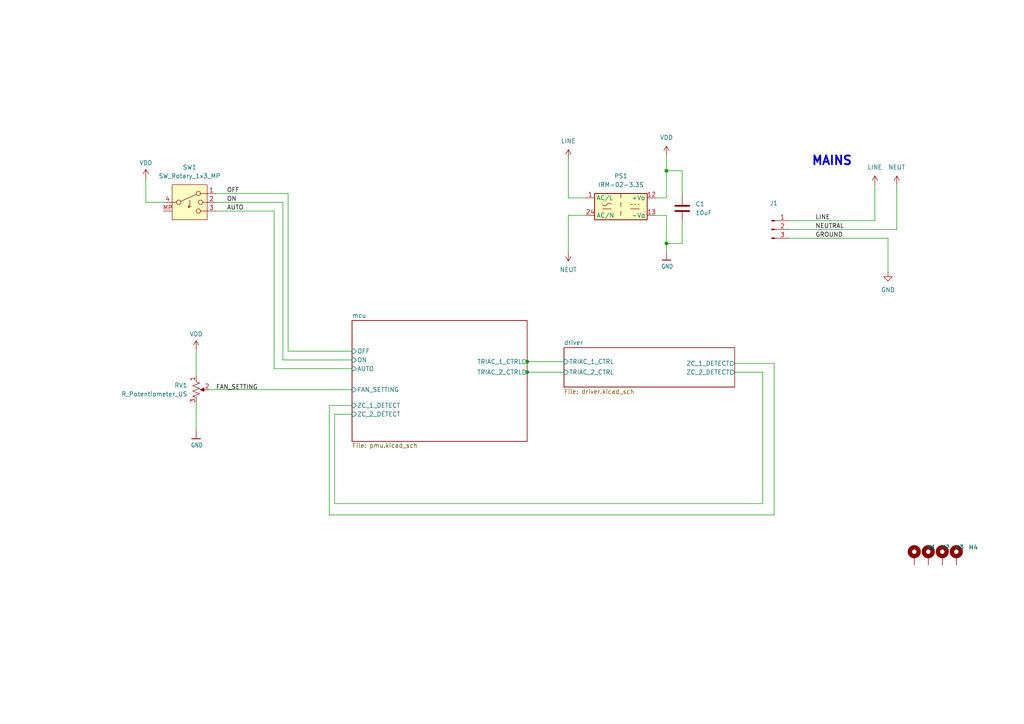
<source format=kicad_sch>
(kicad_sch (version 20250114) (generator "eeschema") (generator_version "9.0")
  (paper "A4")
  (title_block (title "Bramble Triac Driver") (date "2025-12-01") (rev "1.0") (comment 1 "Phase-angle control for AC loads"))
  (lib_symbols
    (symbol "Adafruit Feather RP2040 RFM-eagle-import:GND" (power)
      (symbol "GND_1_0"
        (polyline (pts (xy -1.27 0) (xy 1.27 0)) (stroke (width 0.254)))
        (pin power_in line (at 0 2.54 270) (length 2.54) (name "GND") (number "1"))
      )
    )
    (symbol "Connector:Conn_01x03_Pin" (pin_names (offset 1.016) (hide yes))
      (property "Reference" "J" (at 0 5.08 0))
      (property "Value" "Conn_01x03_Pin" (at 0 -5.08 0))
      (symbol "Conn_01x03_Pin_1_1"
        (rectangle (start 0.8636 2.667) (end 0 2.413) (stroke (width 0.1524)) (fill (type outline)))
        (rectangle (start 0.8636 0.127) (end 0 -0.127) (stroke (width 0.1524)) (fill (type outline)))
        (rectangle (start 0.8636 -2.413) (end 0 -2.667) (stroke (width 0.1524)) (fill (type outline)))
        (polyline (pts (xy 1.27 2.54) (xy 0.8636 2.54)) (stroke (width 0.1524)))
        (polyline (pts (xy 1.27 0) (xy 0.8636 0)) (stroke (width 0.1524)))
        (polyline (pts (xy 1.27 -2.54) (xy 0.8636 -2.54)) (stroke (width 0.1524)))
        (pin passive line (at 5.08 2.54 180) (length 3.81) (name "Pin_1") (number "1"))
        (pin passive line (at 5.08 0 180) (length 3.81) (name "Pin_2") (number "2"))
        (pin passive line (at 5.08 -2.54 180) (length 3.81) (name "Pin_3") (number "3"))
      )
    )
    (symbol "Converter_ACDC:IRM-02-3.3S"
      (property "Reference" "PS" (at 0 5.08 0))
      (property "Value" "IRM-02-3.3S" (at 0 -5.08 0))
      (symbol "IRM-02-3.3S_1_1"
        (rectangle (start -7.62 3.81) (end 7.62 -3.81) (stroke (width 0.254)) (fill (type background)))
        (polyline (pts (xy -5.334 -0.635) (xy -2.794 -0.635)))
        (arc (start -4.064 0.635) (mid -4.699 0.2495) (end -5.334 0.635))
        (arc (start -4.064 0.635) (mid -3.429 1.0072) (end -2.794 0.635))
        (polyline (pts (xy 0 3.81) (xy 0 2.54)))
        (polyline (pts (xy 0 1.27) (xy 0 0)))
        (polyline (pts (xy 0 -1.27) (xy 0 -2.54)))
        (polyline (pts (xy 2.794 0.635) (xy 3.302 0.635)))
        (polyline (pts (xy 2.794 -0.635) (xy 5.334 -0.635)))
        (polyline (pts (xy 3.81 0.635) (xy 4.318 0.635)))
        (polyline (pts (xy 4.826 0.635) (xy 5.334 0.635)))
        (pin power_in line (at -10.16 2.54 0) (length 2.54) (name "AC/L") (number "1"))
        (pin power_in line (at -10.16 -2.54 0) (length 2.54) (name "AC/N") (number "24"))
        (pin power_out line (at 10.16 2.54 180) (length 2.54) (name "+Vo") (number "12"))
        (pin power_out line (at 10.16 -2.54 180) (length 2.54) (name "-Vo") (number "13"))
      )
    )
    (symbol "Device:C" (pin_numbers (hide yes)) (pin_names (offset 0.254))
      (property "Reference" "C" (at 0.635 2.54 0))
      (property "Value" "C" (at 0.635 -2.54 0))
      (symbol "C_0_1"
        (polyline (pts (xy -2.032 0.762) (xy 2.032 0.762)) (stroke (width 0.508)))
        (polyline (pts (xy -2.032 -0.762) (xy 2.032 -0.762)) (stroke (width 0.508)))
      )
      (symbol "C_1_1"
        (pin passive line (at 0 3.81 270) (length 2.794) (name "~") (number "1"))
        (pin passive line (at 0 -3.81 90) (length 2.794) (name "~") (number "2"))
      )
    )
    (symbol "Device:R_Potentiometer_US" (pin_names (offset 1.016) (hide yes))
      (property "Reference" "RV" (at -4.445 0 90))
      (property "Value" "R_Potentiometer_US" (at -2.54 0 90))
      (symbol "R_Potentiometer_US_0_1"
        (polyline (pts (xy 0 2.54) (xy 0 2.286)))
        (polyline (pts (xy 0 2.286) (xy 1.016 1.905) (xy 0 1.524) (xy -1.016 1.143) (xy 0 0.762)))
        (polyline (pts (xy 0 0.762) (xy 1.016 0.381) (xy 0 0) (xy -1.016 -0.381) (xy 0 -0.762)))
        (polyline (pts (xy 0 -0.762) (xy 1.016 -1.143) (xy 0 -1.524) (xy -1.016 -1.905) (xy 0 -2.286)))
        (polyline (pts (xy 0 -2.286) (xy 0 -2.54)))
        (polyline (pts (xy 1.143 0) (xy 2.286 0.508) (xy 2.286 -0.508) (xy 1.143 0)) (fill (type outline)))
        (polyline (pts (xy 2.54 0) (xy 1.524 0)))
      )
      (symbol "R_Potentiometer_US_1_1"
        (pin passive line (at 0 3.81 270) (length 1.27) (name "1") (number "1"))
        (pin passive line (at 0 -3.81 90) (length 1.27) (name "3") (number "3"))
        (pin passive line (at 3.81 0 180) (length 1.27) (name "2") (number "2"))
      )
    )
    (symbol "Mechanical:MountingHole_Pad" (pin_numbers (hide yes)) (pin_names (offset 1.016) (hide yes)) (in_bom no)
      (property "Reference" "H" (at 0 6.35 0))
      (property "Value" "MountingHole_Pad" (at 0 4.445 0))
      (symbol "MountingHole_Pad_0_1"
        (circle (center 0 1.27) (radius 1.27) (stroke (width 1.27)))
      )
      (symbol "MountingHole_Pad_1_1"
        (pin input line (at 0 -2.54 90) (length 2.54) (name "1") (number "1"))
      )
    )
    (symbol "Switch:SW_Rotary_1x3_MP" (pin_names (hide yes))
      (property "Reference" "SW" (at 0 6.35 0))
      (property "Value" "SW_Rotary_1x3_MP" (at 8.89 -6.35 0))
      (symbol "SW_Rotary_1x3_MP_0_1"
        (polyline (pts (xy -5.08 0) (xy -3.81 0)))
        (circle (center -3.175 0) (radius 0.635))
        (polyline (pts (xy -2.5908 0.254) (xy 1.9304 2.286)))
        (arc (start 0 0.635) (mid 0.0861 -0.5113) (end -0.3176 -1.5875))
        (polyline (pts (xy -0.3176 -1.5875) (xy -0.3176 -0.6985)))
        (polyline (pts (xy -0.3176 -1.5875) (xy -0.3176 -1.5875)))
        (polyline (pts (xy -0.3176 -1.5875) (xy 0.4444 -1.0795)))
        (circle (center 2.54 2.54) (radius 0.635))
        (circle (center 2.54 -2.54) (radius 0.635))
        (circle (center 3.175 0) (radius 0.635))
        (polyline (pts (xy 5.08 2.54) (xy 3.175 2.54)))
        (polyline (pts (xy 5.08 0) (xy 3.81 0)))
        (polyline (pts (xy 5.08 -2.54) (xy 3.175 -2.54)))
      )
      (symbol "SW_Rotary_1x3_MP_1_1"
        (rectangle (start -5.08 5.08) (end 5.08 -5.08) (fill (type background)))
        (pin passive line (at -7.62 0 0) (length 2.54) (name "") (number "4"))
        (pin passive line (at -7.62 -2.54 0) (length 2.54) (name "") (number "MP"))
        (pin passive line (at 7.62 2.54 180) (length 2.54) (name "") (number "1"))
        (pin passive line (at 7.62 0 180) (length 2.54) (name "") (number "2"))
        (pin passive line (at 7.62 -2.54 180) (length 2.54) (name "") (number "3"))
      )
    )
    (symbol "power:GND" (power) (pin_numbers (hide yes)) (pin_names (offset 0) (hide yes))
      (property "Value" "GND" (at 0 -3.81 0))
      (symbol "GND_0_1"
        (polyline (pts (xy 0 0) (xy 0 -1.27) (xy 1.27 -1.27) (xy 0 -2.54) (xy -1.27 -1.27) (xy 0 -1.27)))
      )
      (symbol "GND_1_1"
        (pin power_in line (at 0 0 270) (length 0) (name "~") (number "1"))
      )
    )
    (symbol "power:LINE" (power) (pin_numbers (hide yes)) (pin_names (offset 0) (hide yes))
      (property "Value" "LINE" (at 0 3.556 0))
      (symbol "LINE_0_1"
        (polyline (pts (xy -0.762 1.27) (xy 0 2.54)))
        (polyline (pts (xy 0 2.54) (xy 0.762 1.27)))
        (polyline (pts (xy 0 0) (xy 0 2.54)))
      )
      (symbol "LINE_1_1"
        (pin power_in line (at 0 0 90) (length 0) (name "~") (number "1"))
      )
    )
    (symbol "power:NEUT" (power) (pin_numbers (hide yes)) (pin_names (offset 0) (hide yes))
      (property "Value" "NEUT" (at 0 3.556 0))
      (symbol "NEUT_0_1"
        (polyline (pts (xy -0.762 1.27) (xy 0 2.54)))
        (polyline (pts (xy 0 2.54) (xy 0.762 1.27)))
        (polyline (pts (xy 0 0) (xy 0 2.54)))
      )
      (symbol "NEUT_1_1"
        (pin power_in line (at 0 0 90) (length 0) (name "~") (number "1"))
      )
    )
    (symbol "power:VDD" (power) (pin_numbers (hide yes)) (pin_names (offset 0) (hide yes))
      (property "Value" "VDD" (at 0 3.556 0))
      (symbol "VDD_0_1"
        (polyline (pts (xy -0.762 1.27) (xy 0 2.54)))
        (polyline (pts (xy 0 2.54) (xy 0.762 1.27)))
        (polyline (pts (xy 0 0) (xy 0 2.54)))
      )
      (symbol "VDD_1_1"
        (pin power_in line (at 0 0 90) (length 0) (name "~") (number "1"))
      )
    )
  )
  (text "MAINS" (at 241.3 46.736 0) (effects (font (size 2.54 2.54) (bold yes))))
  (junction (at 193.294 49.53))
  (junction (at 152.908 107.95))
  (junction (at 193.294 70.612))
  (junction (at 152.908 104.902))
  (wire (pts (xy 152.908 104.902) (xy 163.576 104.902)))
  (wire (pts (xy 97.028 120.142) (xy 97.028 146.05)))
  (wire (pts (xy 60.706 113.03) (xy 102.108 113.03)))
  (wire (pts (xy 42.291 51.689) (xy 42.291 58.674)))
  (wire (pts (xy 169.926 62.484) (xy 164.846 62.484)))
  (wire (pts (xy 260.096 53.594) (xy 260.096 66.548)))
  (wire (pts (xy 42.291 58.674) (xy 47.371 58.674)))
  (wire (pts (xy 169.926 57.404) (xy 164.846 57.404)))
  (wire (pts (xy 102.108 120.142) (xy 97.028 120.142)))
  (wire (pts (xy 221.234 107.95) (xy 213.106 107.95)))
  (wire (pts (xy 193.294 72.898) (xy 193.294 70.612)))
  (wire (pts (xy 62.611 61.214) (xy 79.502 61.214)))
  (wire (pts (xy 193.294 62.484) (xy 190.246 62.484)))
  (wire (pts (xy 95.504 149.352) (xy 95.504 117.602)))
  (wire (pts (xy 164.846 62.484) (xy 164.846 73.152)))
  (wire (pts (xy 228.854 69.088) (xy 257.556 69.088)))
  (wire (pts (xy 193.294 49.53) (xy 193.294 57.404)))
  (wire (pts (xy 197.866 70.612) (xy 193.294 70.612)))
  (wire (pts (xy 79.502 106.934) (xy 102.108 106.934)))
  (wire (pts (xy 95.504 117.602) (xy 102.108 117.602)))
  (wire (pts (xy 228.854 66.548) (xy 260.096 66.548)))
  (wire (pts (xy 97.028 146.05) (xy 221.234 146.05)))
  (wire (pts (xy 56.896 101.346) (xy 56.896 109.22)))
  (wire (pts (xy 228.854 64.008) (xy 253.746 64.008)))
  (wire (pts (xy 197.866 56.642) (xy 197.866 49.53)))
  (wire (pts (xy 253.746 53.594) (xy 253.746 64.008)))
  (wire (pts (xy 221.234 146.05) (xy 221.234 107.95)))
  (wire (pts (xy 152.908 107.95) (xy 163.576 107.95)))
  (wire (pts (xy 56.896 116.84) (xy 56.896 124.714)))
  (wire (pts (xy 224.536 149.352) (xy 95.504 149.352)))
  (wire (pts (xy 197.866 64.262) (xy 197.866 70.612)))
  (wire (pts (xy 83.566 101.854) (xy 102.108 101.854)))
  (wire (pts (xy 197.866 49.53) (xy 193.294 49.53)))
  (wire (pts (xy 193.294 70.612) (xy 193.294 62.484)))
  (wire (pts (xy 257.556 69.088) (xy 257.556 78.994)))
  (wire (pts (xy 83.566 56.134) (xy 83.566 101.854)))
  (wire (pts (xy 224.536 105.41) (xy 224.536 149.352)))
  (wire (pts (xy 190.246 57.404) (xy 193.294 57.404)))
  (wire (pts (xy 102.108 104.394) (xy 82.042 104.394)))
  (wire (pts (xy 79.502 106.934) (xy 79.502 61.214)))
  (wire (pts (xy 193.294 44.958) (xy 193.294 49.53)))
  (wire (pts (xy 152.654 107.95) (xy 152.908 107.95)))
  (wire (pts (xy 62.611 56.134) (xy 83.566 56.134)))
  (wire (pts (xy 152.654 104.902) (xy 152.908 104.902)))
  (wire (pts (xy 62.611 58.674) (xy 82.042 58.674)))
  (wire (pts (xy 164.846 45.974) (xy 164.846 57.404)))
  (wire (pts (xy 82.042 58.674) (xy 82.042 104.394)))
  (wire (pts (xy 213.106 105.41) (xy 224.536 105.41)))
  (label "NEUTRAL" (at 236.474 66.548 0))
  (label "LINE" (at 236.474 64.008 0))
  (label "GROUND" (at 236.474 69.088 0))
  (label "OFF" (at 65.786 56.134 0))
  (label "FAN_SETTING" (at 62.611 113.284 0))
  (label "AUTO" (at 65.786 61.214 0))
  (label "ON" (at 65.786 58.674 0))
  (symbol (lib_id "power:NEUT") (at 164.846 73.152 180) (unit 1)
    (property "Reference" "#PWR04" (effects (hide yes)))
    (property "Value" "NEUT" (at 164.846 78.232 0))
    (property "Description" "Power symbol creates a global label with name \"NEUT\"" (effects (hide yes)))
  )
  (symbol (lib_id "power:LINE") (at 253.746 53.594 0) (unit 1)
    (property "Reference" "#PWR06" (effects (hide yes)))
    (property "Value" "LINE" (at 253.746 48.514 0))
    (property "Description" "Power symbol creates a global label with name \"LINE\"" (effects (hide yes)))
  )
  (symbol (lib_id "power:VDD") (at 42.291 51.689 0) (unit 1)
    (property "Reference" "#PWR01" (effects (hide yes)))
    (property "Value" "VDD" (at 42.291 47.244 0))
    (property "Description" "Power symbol creates a global label with name \"VDD\"" (effects (hide yes)))
  )
  (symbol (lib_id "power:VDD") (at 56.896 101.346 0) (unit 1)
    (property "Reference" "#PWR02" (effects (hide yes)))
    (property "Value" "VDD" (at 56.896 96.901 0))
    (property "Description" "Power symbol creates a global label with name \"VDD\"" (effects (hide yes)))
  )
  (symbol (lib_id "power:LINE") (at 164.846 45.974 0) (unit 1)
    (property "Reference" "#PWR03" (effects (hide yes)))
    (property "Value" "LINE" (at 164.846 40.894 0))
    (property "Description" "Power symbol creates a global label with name \"LINE\"" (effects (hide yes)))
  )
  (symbol (lib_id "Converter_ACDC:IRM-02-3.3S") (at 180.086 59.944 0) (unit 1)
    (property "Reference" "PS1" (at 180.086 51.054 0))
    (property "Value" "IRM-02-3.3S" (at 180.086 53.594 0))
    (property "Footprint" "Converter_ACDC:Converter_ACDC_MeanWell_IRM-02-xx_SMD" (effects (hide yes)))
    (property "Datasheet" "https://www.meanwell.com/Upload/PDF/IRM-02/IRM-02-SPEC.PDF" (effects (hide yes)))
    (property "Description" "3.3V, 600mA, 2W, Isolated, AC-DC, IRM02-SMD" (effects (hide yes)))
  )
  (symbol (lib_id "Connector:Conn_01x03_Pin") (at 223.774 66.548 0) (unit 1)
    (property "Reference" "J1" (at 224.409 58.928 0))
    (property "Value" "Conn_01x03_Pin" (effects (hide yes)))
    (property "Footprint" "TerminalBlock_Phoenix:TerminalBlock_Phoenix_MKDS-1,5-3-5.08_1x03_P5.08mm_Horizontal" (effects (hide yes)))
    (property "Description" "Generic connector, single row, 01x03, script generated" (effects (hide yes)))
  )
  (symbol (lib_id "Switch:SW_Rotary_1x3_MP") (at 54.991 58.674 0) (unit 1)
    (property "Reference" "SW1" (at 54.991 48.514 0))
    (property "Value" "SW_Rotary_1x3_MP" (at 54.991 51.054 0))
    (property "Footprint" "Connector_PinHeader_2.54mm:PinHeader_1x03_P2.54mm_Vertical" (effects (hide yes)))
    (property "Description" "Rotary switch 1x3, SP3T with mount point" (effects (hide yes)))
  )
  (symbol (lib_id "power:GND") (at 257.556 78.994 0) (unit 1)
    (property "Reference" "#PWR07" (effects (hide yes)))
    (property "Value" "GND" (at 257.556 84.074 0))
    (property "Description" "Power symbol creates a global label with name \"GND\" , ground" (effects (hide yes)))
  )
  (symbol (lib_id "Adafruit Feather RP2040 RFM-eagle-import:GND") (at 56.896 127.254 0) (unit 1)
    (property "Reference" "#U$01" (effects (hide yes)))
    (property "Value" "GND" (at 55.372 129.794 0) (effects (font (size 1.27 1.0795)) (justify left bottom)))
  )
  (symbol (lib_id "Mechanical:MountingHole_Pad") (at 277.368 161.29 0) (unit 1) (in_bom no)
    (property "Reference" "H4" (at 280.924 158.7499 0) (effects (justify left)))
    (property "Value" "MountingHole_Pad" (effects (hide yes)))
    (property "Footprint" "MountingHole:MountingHole_2.5mm_Pad" (effects (hide yes)))
    (property "Description" "Mounting Hole with connection" (effects (hide yes)))
  )
  (symbol (lib_id "power:VDD") (at 193.294 44.958 0) (unit 1)
    (property "Reference" "#PWR05" (effects (hide yes)))
    (property "Value" "VDD" (at 193.294 39.878 0))
    (property "Description" "Power symbol creates a global label with name \"VDD\"" (effects (hide yes)))
  )
  (symbol (lib_id "power:NEUT") (at 260.096 53.594 0) (unit 1)
    (property "Reference" "#PWR08" (effects (hide yes)))
    (property "Value" "NEUT" (at 260.096 48.514 0))
    (property "Description" "Power symbol creates a global label with name \"NEUT\"" (effects (hide yes)))
  )
  (symbol (lib_id "Device:R_Potentiometer_US") (at 56.896 113.03 0) (unit 1)
    (property "Reference" "RV1" (at 54.356 111.7599 0) (effects (justify right)))
    (property "Value" "R_Potentiometer_US" (at 54.356 114.2999 0) (effects (justify right)))
    (property "Footprint" "Connector_PinHeader_2.54mm:PinHeader_1x03_P2.54mm_Horizontal" (effects (hide yes)))
    (property "Description" "Potentiometer, US symbol" (effects (hide yes)))
  )
  (symbol (lib_id "Mechanical:MountingHole_Pad") (at 273.304 161.29 0) (unit 1) (in_bom no)
    (property "Reference" "H3" (at 276.86 158.7499 0) (effects (justify left)))
    (property "Value" "MountingHole_Pad" (effects (hide yes)))
    (property "Footprint" "MountingHole:MountingHole_2.5mm_Pad" (effects (hide yes)))
    (property "Description" "Mounting Hole with connection" (effects (hide yes)))
  )
  (symbol (lib_id "Device:C") (at 197.866 60.452 0) (unit 1)
    (property "Reference" "C1" (at 201.676 59.1819 0) (effects (justify left)))
    (property "Value" "10uF" (at 201.676 61.7219 0) (effects (justify left)))
    (property "Footprint" "Capacitor_SMD:C_0805_2012Metric" (effects (hide yes)))
    (property "Description" "Unpolarized capacitor" (effects (hide yes)))
  )
  (symbol (lib_id "Mechanical:MountingHole_Pad") (at 269.24 161.29 0) (unit 1) (in_bom no)
    (property "Reference" "H2" (at 272.796 158.7499 0) (effects (justify left)))
    (property "Value" "MountingHole_Pad" (effects (hide yes)))
    (property "Footprint" "MountingHole:MountingHole_2.5mm_Pad" (effects (hide yes)))
    (property "Description" "Mounting Hole with connection" (effects (hide yes)))
  )
  (symbol (lib_id "Mechanical:MountingHole_Pad") (at 265.176 161.29 0) (unit 1) (in_bom no)
    (property "Reference" "H1" (at 268.732 158.7499 0) (effects (justify left)))
    (property "Value" "MountingHole_Pad" (effects (hide yes)))
    (property "Footprint" "MountingHole:MountingHole_2.5mm_Pad" (effects (hide yes)))
    (property "Description" "Mounting Hole with connection" (effects (hide yes)))
  )
  (symbol (lib_id "Adafruit Feather RP2040 RFM-eagle-import:GND") (at 193.294 75.438 0) (unit 1)
    (property "Reference" "#U$02" (effects (hide yes)))
    (property "Value" "GND" (at 191.77 77.978 0) (effects (font (size 1.27 1.0795)) (justify left bottom)))
  )
  (sheet (at 102.108 92.964) (size 50.8 35.052) (stroke (width 0.1524))
    (property "Sheetname" "mcu" (at 102.108 92.2524 0) (effects (justify left bottom)))
    (property "Sheetfile" "pmu.kicad_sch" (at 102.108 128.4736 0) (effects (justify left top)))
    (pin "OFF" input (at 102.108 101.854 180))
    (pin "AUTO" input (at 102.108 106.934 180))
    (pin "FAN_SETTING" input (at 102.108 113.03 180))
    (pin "TRIAC_1_CTRL" output (at 152.908 104.902 0))
    (pin "TRIAC_2_CTRL" output (at 152.908 107.95 0))
    (pin "ZC_1_DETECT" input (at 102.108 117.602 180))
    (pin "ZC_2_DETECT" input (at 102.108 120.142 180))
    (pin "ON" input (at 102.108 104.394 180))
  )
  (sheet (at 163.576 100.838) (size 49.53 11.43) (stroke (width 0.1524))
    (property "Sheetname" "driver" (at 163.576 100.1264 0) (effects (justify left bottom)))
    (property "Sheetfile" "driver.kicad_sch" (at 163.576 112.8526 0) (effects (justify left top)))
    (pin "TRIAC_2_CTRL" input (at 163.576 107.95 180))
    (pin "ZC_1_DETECT" output (at 213.106 105.41 0))
    (pin "TRIAC_1_CTRL" input (at 163.576 104.902 180))
    (pin "ZC_2_DETECT" output (at 213.106 107.95 0))
  )
)
</source>
